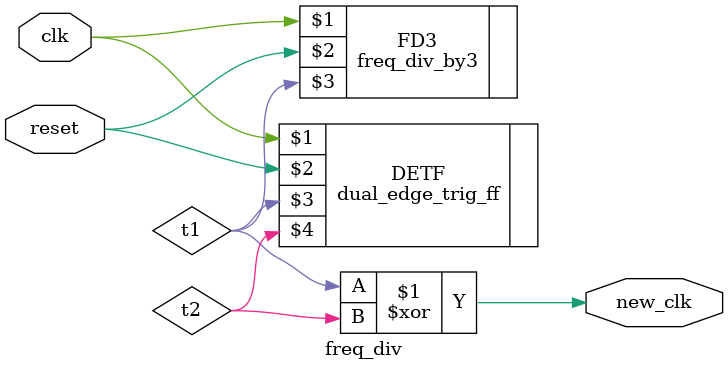
<source format=v>

`timescale 1ns / 1ps

module freq_div(
    input clk, reset,
    output new_clk
    );
    wire t1, t2;
    
    freq_div_by3 FD3(clk, reset, t1);
    
    dual_edge_trig_ff DETF(clk, reset, t1, t2);
    
    xor(new_clk, t1, t2);
endmodule

</source>
